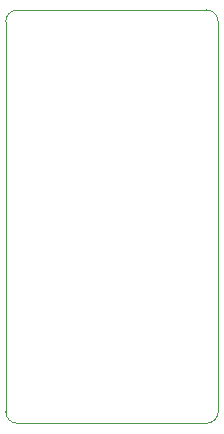
<source format=gbr>
%TF.GenerationSoftware,KiCad,Pcbnew,(5.1.9-0-10_14)*%
%TF.CreationDate,2021-03-13T12:52:40+01:00*%
%TF.ProjectId,Klinke Dual,4b6c696e-6b65-4204-9475-616c2e6b6963,rev?*%
%TF.SameCoordinates,Original*%
%TF.FileFunction,Profile,NP*%
%FSLAX46Y46*%
G04 Gerber Fmt 4.6, Leading zero omitted, Abs format (unit mm)*
G04 Created by KiCad (PCBNEW (5.1.9-0-10_14)) date 2021-03-13 12:52:40*
%MOMM*%
%LPD*%
G01*
G04 APERTURE LIST*
%TA.AperFunction,Profile*%
%ADD10C,0.050000*%
%TD*%
G04 APERTURE END LIST*
D10*
X142000000Y-115000000D02*
G75*
G02*
X141000000Y-114000000I0J1000000D01*
G01*
X159000000Y-114000000D02*
G75*
G02*
X158000000Y-115000000I-1000000J0D01*
G01*
X158000000Y-80000000D02*
G75*
G02*
X159000000Y-81000000I0J-1000000D01*
G01*
X141000000Y-81000000D02*
G75*
G02*
X142000000Y-80000000I1000000J0D01*
G01*
X142000000Y-115000000D02*
X158000000Y-115000000D01*
X141000000Y-81000000D02*
X141000000Y-114000000D01*
X158000000Y-80000000D02*
X142000000Y-80000000D01*
X159000000Y-114000000D02*
X159000000Y-81000000D01*
M02*

</source>
